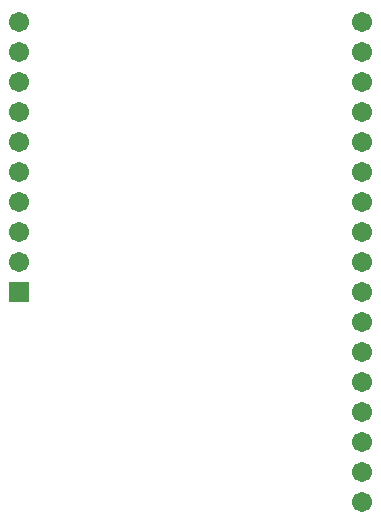
<source format=gbs>
G04*
G04 #@! TF.GenerationSoftware,Altium Limited,Altium Designer,20.0.11 (256)*
G04*
G04 Layer_Color=16711935*
%FSLAX25Y25*%
%MOIN*%
G70*
G01*
G75*
%ADD22C,0.06706*%
%ADD23R,0.06706X0.06706*%
D22*
X5906Y95906D02*
D03*
Y165905D02*
D03*
Y155905D02*
D03*
Y145905D02*
D03*
Y135906D02*
D03*
Y125906D02*
D03*
Y115905D02*
D03*
Y105905D02*
D03*
Y85905D02*
D03*
X120079Y165905D02*
D03*
Y5906D02*
D03*
Y15905D02*
D03*
Y25905D02*
D03*
Y35906D02*
D03*
Y45906D02*
D03*
Y55905D02*
D03*
Y65905D02*
D03*
Y75906D02*
D03*
Y85905D02*
D03*
Y95906D02*
D03*
Y105905D02*
D03*
Y115905D02*
D03*
Y125906D02*
D03*
Y135906D02*
D03*
Y145905D02*
D03*
Y155905D02*
D03*
D23*
X5906Y75906D02*
D03*
M02*

</source>
